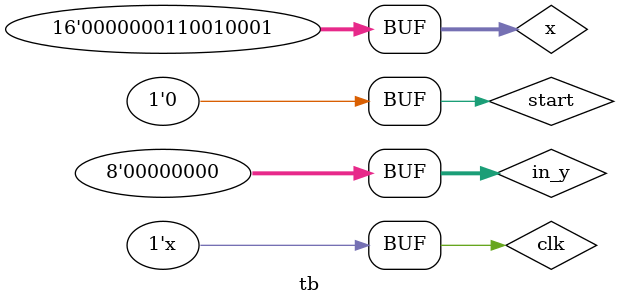
<source format=sv>
`timescale 1ns/1ns
module tb();
    logic start = 0, clk = 0;
    // pi/3 16'h010c
    // pi/2 16'h0191
    // pi/4 16'h00c8
    // pi/1 16'h0324
    // pi/5 16'h00a0
    logic[15:0] x = 16'h0191;
    logic[7:0] in_y = 8'b0;
    wire[15:0] out_ans;
    wire done;

    ca6 UUT (start,
             clk,
             x,
             in_y,
             out_ans,
             done);

    always #1000 clk = ~clk;

    initial begin
        #1100 start = 1;
        #4400 start = 0;
    end
endmodule
</source>
